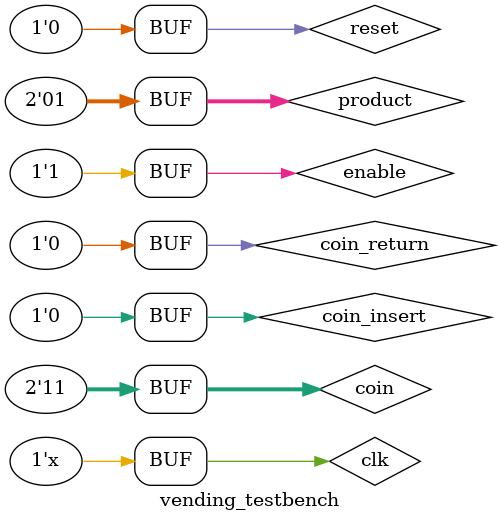
<source format=v>
`timescale 1ns / 1ps
`include "Projects/Vending_machine/main.v"

module vending_testbench;

	// Inputs
	reg [1:0] coin;
	reg coin_insert;
	reg coin_return;
	reg [1:0] product;
	reg enable;
	reg clk;
	reg reset;

	// Outputs
	wire [1:0] pro;
	wire [2:0] change;

	// Instantiate the Unit Under Test (UUT)
	vending_Controller uut (
		.coin(coin), 
		.coin_insert(coin_insert), 
		.coin_return(coin_return), 
		.product(product), 
		.enable(enable), 
		.clk(clk), 
		.reset(reset), 
		.pro(pro), 
		.change(change)
	);

	initial begin
        $dumpfile("Projects/Vending_machine/graph.vcd");
        $dumpvars(0,vending_testbench);
		// Initialize Inputs
		coin = 2'b11;
		coin_insert = 0;
		coin_return = 0;
		product = 2'b01;
		enable = 0;
		clk = 0;
		reset = 1;
        
		// Add stimulus here
			enable = 1;
		#10 reset = ~reset;
			coin_insert = 1;
		#30 coin_insert = 0;
	end
   always #5 clk = ~clk; // Clock Generation
endmodule

</source>
